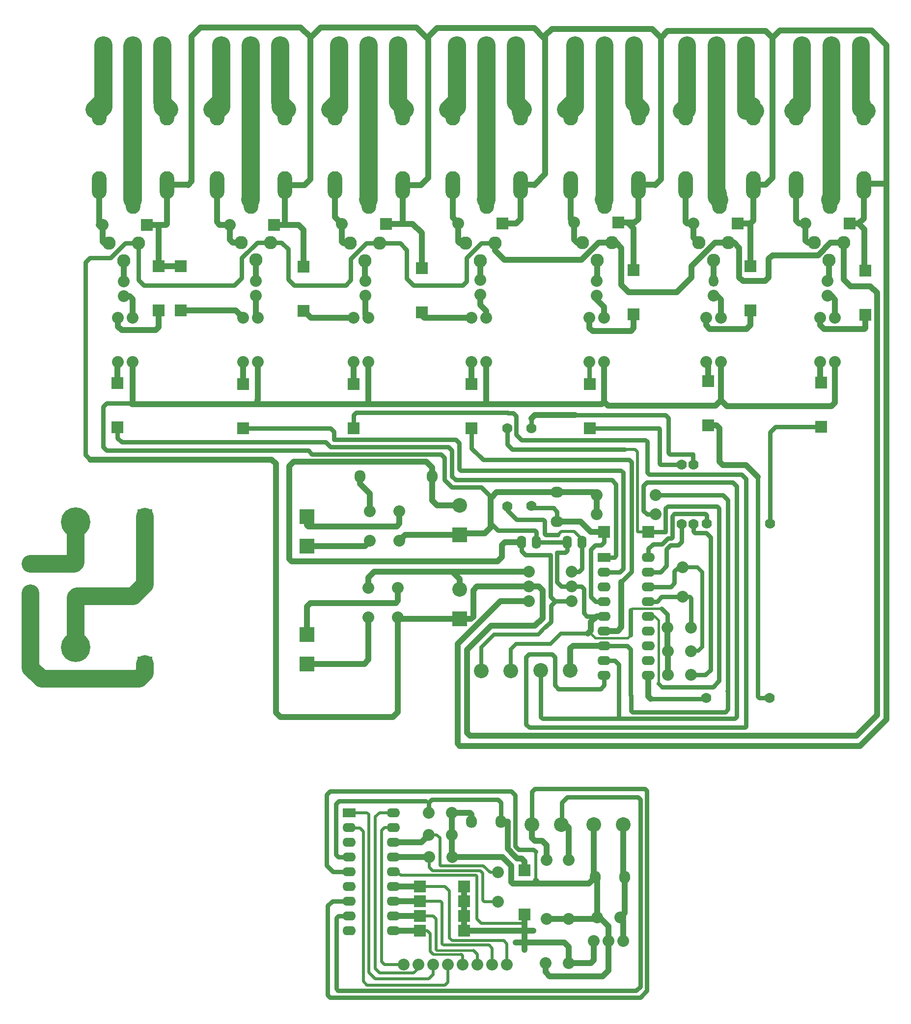
<source format=gbl>
G04 (created by PCBNEW-RS274X (2011-04-29 BZR 2986)-stable) date 6/3/2013 5:37:02 PM*
G01*
G70*
G90*
%MOIN*%
G04 Gerber Fmt 3.4, Leading zero omitted, Abs format*
%FSLAX34Y34*%
G04 APERTURE LIST*
%ADD10C,0.006000*%
%ADD11C,0.080000*%
%ADD12R,0.100000X0.100000*%
%ADD13C,0.090000*%
%ADD14R,0.090000X0.062000*%
%ADD15O,0.090000X0.062000*%
%ADD16O,0.062000X0.090000*%
%ADD17O,0.075000X0.085000*%
%ADD18R,0.080000X0.080000*%
%ADD19O,0.085000X0.075000*%
%ADD20C,0.100000*%
%ADD21C,0.200000*%
%ADD22O,0.065000X0.080000*%
%ADD23O,0.100000X0.190000*%
%ADD24C,0.070000*%
%ADD25C,0.040000*%
%ADD26C,0.020000*%
%ADD27C,0.015000*%
%ADD28C,0.030000*%
%ADD29C,0.025000*%
%ADD30C,0.120000*%
G04 APERTURE END LIST*
G54D10*
G54D11*
X68870Y-71580D03*
X67870Y-71580D03*
X66870Y-71580D03*
X62490Y-46540D03*
X62490Y-47540D03*
X62491Y-48536D03*
X65390Y-48540D03*
X65390Y-47540D03*
X65390Y-46540D03*
G54D12*
X36400Y-42800D03*
X47400Y-42800D03*
X47400Y-50800D03*
X47400Y-52800D03*
X36400Y-52800D03*
X47400Y-44800D03*
G54D13*
X83850Y-24200D03*
X82850Y-25381D03*
X81850Y-24200D03*
G54D14*
X50270Y-62880D03*
G54D15*
X50270Y-63880D03*
X50270Y-64880D03*
X50270Y-65880D03*
X50270Y-66880D03*
X50270Y-67880D03*
X50270Y-68880D03*
X50270Y-69880D03*
X50270Y-70880D03*
X53270Y-70880D03*
X53270Y-69880D03*
X53270Y-68880D03*
X53270Y-67880D03*
X53270Y-66880D03*
X53270Y-65880D03*
X53270Y-64880D03*
X53270Y-63880D03*
X53270Y-62880D03*
G54D14*
X67590Y-45548D03*
G54D15*
X67590Y-46548D03*
X67590Y-47548D03*
X67590Y-48548D03*
X67590Y-49548D03*
X67590Y-50548D03*
X67590Y-51548D03*
X67590Y-52548D03*
X67590Y-53548D03*
X70590Y-53548D03*
X70590Y-52548D03*
X70590Y-51548D03*
X70590Y-50548D03*
X70590Y-49548D03*
X70590Y-48548D03*
X70590Y-47548D03*
X70590Y-46548D03*
X70590Y-45548D03*
G54D11*
X53690Y-44440D03*
X51690Y-44440D03*
X51690Y-42440D03*
X53690Y-42440D03*
X53590Y-49640D03*
X51590Y-49640D03*
X51590Y-47640D03*
X53590Y-47640D03*
G54D16*
X66090Y-44540D03*
X65090Y-44540D03*
X61990Y-44540D03*
X62990Y-44540D03*
G54D17*
X68970Y-67263D03*
X66970Y-67263D03*
G54D11*
X60380Y-66940D03*
X60380Y-68940D03*
X72910Y-46225D03*
X72910Y-48225D03*
G54D18*
X68540Y-22840D03*
G54D11*
X65540Y-22840D03*
G54D18*
X60690Y-22890D03*
G54D11*
X57690Y-22890D03*
G54D18*
X52790Y-22940D03*
G54D11*
X49790Y-22940D03*
G54D18*
X36540Y-22990D03*
G54D11*
X33540Y-22990D03*
G54D18*
X45190Y-22990D03*
G54D11*
X42190Y-22990D03*
X66590Y-32298D03*
X66590Y-29298D03*
X67590Y-29298D03*
X67590Y-32298D03*
X58590Y-32298D03*
X58590Y-29298D03*
X59590Y-29298D03*
X59590Y-32298D03*
X50590Y-32298D03*
X50590Y-29298D03*
X51590Y-29298D03*
X51590Y-32298D03*
X43090Y-32298D03*
X43090Y-29298D03*
X44090Y-29298D03*
X44090Y-32298D03*
X34590Y-32298D03*
X34590Y-29298D03*
X35590Y-29298D03*
X35590Y-32298D03*
X59190Y-27740D03*
X59190Y-26740D03*
X67090Y-27798D03*
X67090Y-26798D03*
X51390Y-27790D03*
X51390Y-26790D03*
X43940Y-27790D03*
X43940Y-26790D03*
X34990Y-27840D03*
X34990Y-26840D03*
G54D17*
X60570Y-63480D03*
X58570Y-63480D03*
G54D19*
X64390Y-43140D03*
X64390Y-41140D03*
G54D18*
X69590Y-26048D03*
X69590Y-29048D03*
X55195Y-25920D03*
X55195Y-28920D03*
X47185Y-25845D03*
X47185Y-28845D03*
X38840Y-25798D03*
X38840Y-28798D03*
X62170Y-69780D03*
X62170Y-66780D03*
X55070Y-68880D03*
X58070Y-68880D03*
X55070Y-69880D03*
X58070Y-69880D03*
X70590Y-43840D03*
X67590Y-43840D03*
X37340Y-25798D03*
X37340Y-28798D03*
X34557Y-36743D03*
X34557Y-33743D03*
X43090Y-33798D03*
X43090Y-36798D03*
X50590Y-33798D03*
X50590Y-36798D03*
X58590Y-33798D03*
X58590Y-36798D03*
X55070Y-70880D03*
X58070Y-70880D03*
G54D20*
X28650Y-48000D03*
X28650Y-46000D03*
X65290Y-53240D03*
X63290Y-53240D03*
X62670Y-63680D03*
X64670Y-63680D03*
X66870Y-63680D03*
X68870Y-63680D03*
G54D11*
X53970Y-73180D03*
X54970Y-73180D03*
X55970Y-73180D03*
X56970Y-73180D03*
X57970Y-73180D03*
X58970Y-73180D03*
X59970Y-73180D03*
X60970Y-73180D03*
X67090Y-42640D03*
X71090Y-42640D03*
X63670Y-70080D03*
X63670Y-66080D03*
X65170Y-70080D03*
X65170Y-66080D03*
X67090Y-41340D03*
X71090Y-41340D03*
X73490Y-53540D03*
X71915Y-53540D03*
X71890Y-50340D03*
X73465Y-50340D03*
X73490Y-51940D03*
X71915Y-51940D03*
G54D13*
X35990Y-24240D03*
X34990Y-25421D03*
X33990Y-24240D03*
X44940Y-24190D03*
X43940Y-25371D03*
X42940Y-24190D03*
X52340Y-24240D03*
X51340Y-25421D03*
X50340Y-24240D03*
X60190Y-24240D03*
X59190Y-25421D03*
X58190Y-24240D03*
G54D20*
X57790Y-42040D03*
G54D12*
X57790Y-44040D03*
G54D20*
X57790Y-47740D03*
G54D12*
X57790Y-49740D03*
G54D11*
X57270Y-65880D03*
X55695Y-65880D03*
X55670Y-64380D03*
X57245Y-64380D03*
X55670Y-62880D03*
X57245Y-62880D03*
X68670Y-69980D03*
X67095Y-69980D03*
X65170Y-73080D03*
X63595Y-73080D03*
G54D21*
X31700Y-51650D03*
X31700Y-43150D03*
G54D20*
X61250Y-53250D03*
X59250Y-53250D03*
G54D11*
X82750Y-27800D03*
X82750Y-26800D03*
X75000Y-27800D03*
G54D22*
X75000Y-26800D03*
G54D11*
X74500Y-32300D03*
X74500Y-29300D03*
X75500Y-29300D03*
X75500Y-32300D03*
X82250Y-32300D03*
X82250Y-29300D03*
X83250Y-29300D03*
X83250Y-32300D03*
G54D18*
X76650Y-22900D03*
G54D11*
X73650Y-22900D03*
G54D18*
X84250Y-22900D03*
G54D11*
X81250Y-22900D03*
G54D13*
X68100Y-24200D03*
X67100Y-25381D03*
X66100Y-24200D03*
X76000Y-24200D03*
X75000Y-25381D03*
X74000Y-24200D03*
G54D18*
X66600Y-33800D03*
X66600Y-36800D03*
X74650Y-33600D03*
X74650Y-36600D03*
X82300Y-33700D03*
X82300Y-36700D03*
G54D17*
X55900Y-40050D03*
X51000Y-40050D03*
G54D18*
X55080Y-67880D03*
X58080Y-67880D03*
X77500Y-25800D03*
X77500Y-28800D03*
X85300Y-26100D03*
X85300Y-29100D03*
G54D20*
X73200Y-10800D03*
X75200Y-10800D03*
X77200Y-10800D03*
X65600Y-10800D03*
X67600Y-10800D03*
X69600Y-10800D03*
X57600Y-10800D03*
X59600Y-10800D03*
X61600Y-10800D03*
X49600Y-10800D03*
X51600Y-10800D03*
X53600Y-10800D03*
X41600Y-10800D03*
X43600Y-10800D03*
X45600Y-10800D03*
X33600Y-10800D03*
X35600Y-10800D03*
X37600Y-10800D03*
X81000Y-10800D03*
X83000Y-10800D03*
X85000Y-10800D03*
G54D23*
X77700Y-20300D03*
X73100Y-20300D03*
X73100Y-15300D03*
X77700Y-15300D03*
X75400Y-21300D03*
X85200Y-20300D03*
X80600Y-20300D03*
X80600Y-15300D03*
X85200Y-15300D03*
X82900Y-21300D03*
X37900Y-20300D03*
X33300Y-20300D03*
X33300Y-15300D03*
X37900Y-15300D03*
X35600Y-21300D03*
X45900Y-20300D03*
X41300Y-20300D03*
X41300Y-15300D03*
X45900Y-15300D03*
X43600Y-21300D03*
X53900Y-20300D03*
X49300Y-20300D03*
X49300Y-15300D03*
X53900Y-15300D03*
X51600Y-21300D03*
X61900Y-20300D03*
X57300Y-20300D03*
X57300Y-15300D03*
X61900Y-15300D03*
X59600Y-21300D03*
X69900Y-20300D03*
X65300Y-20300D03*
X65300Y-15300D03*
X69900Y-15300D03*
X67600Y-21300D03*
G54D24*
X74500Y-55100D03*
X78800Y-55100D03*
X72850Y-43300D03*
X72850Y-39250D03*
X78850Y-43250D03*
X74550Y-43250D03*
X62648Y-42059D03*
X73650Y-39250D03*
X73650Y-43300D03*
X62657Y-36800D03*
X61000Y-42100D03*
X61000Y-36800D03*
G54D25*
X37900Y-20300D02*
X37900Y-22930D01*
X37840Y-22990D02*
X37340Y-22990D01*
X37900Y-22930D02*
X37840Y-22990D01*
X39365Y-20265D02*
X37935Y-20265D01*
X37935Y-20265D02*
X37900Y-20300D01*
X39590Y-10190D02*
X39590Y-20040D01*
X47640Y-10240D02*
X46990Y-09590D01*
X46990Y-09590D02*
X40190Y-09590D01*
X40190Y-09590D02*
X39590Y-10190D01*
X47640Y-10340D02*
X47640Y-10240D01*
X39590Y-20040D02*
X39365Y-20265D01*
X39365Y-20265D02*
X39340Y-20290D01*
X45900Y-20300D02*
X45900Y-22990D01*
X47240Y-20290D02*
X45910Y-20290D01*
X47640Y-19890D02*
X47240Y-20290D01*
X47640Y-10340D02*
X47640Y-19890D01*
X45910Y-20290D02*
X45900Y-20300D01*
X45790Y-22990D02*
X45900Y-22990D01*
X45900Y-22990D02*
X45190Y-22990D01*
X53900Y-20300D02*
X53900Y-22940D01*
X53640Y-22940D02*
X52790Y-22940D01*
X53900Y-22940D02*
X53640Y-22940D01*
X55140Y-20290D02*
X53910Y-20290D01*
X55640Y-10340D02*
X55640Y-19790D01*
X55640Y-19790D02*
X55140Y-20290D01*
X53910Y-20290D02*
X53900Y-20300D01*
X61900Y-22600D02*
X61610Y-22890D01*
X62865Y-20265D02*
X61935Y-20265D01*
X61935Y-20265D02*
X61900Y-20300D01*
X69900Y-20300D02*
X69900Y-22600D01*
X69660Y-22840D02*
X69190Y-22840D01*
X69900Y-22600D02*
X69660Y-22840D01*
X71065Y-20265D02*
X69935Y-20265D01*
X69935Y-20265D02*
X69900Y-20300D01*
X86750Y-20200D02*
X85300Y-20200D01*
X85300Y-20200D02*
X85200Y-20300D01*
X76650Y-22900D02*
X77500Y-22900D01*
X77700Y-22700D02*
X77700Y-20300D01*
X77500Y-22900D02*
X77700Y-22700D01*
X78550Y-20250D02*
X77750Y-20250D01*
X77750Y-20250D02*
X77700Y-20300D01*
X79000Y-10300D02*
X79000Y-19800D01*
X79000Y-19800D02*
X78550Y-20250D01*
X84250Y-22900D02*
X84850Y-22900D01*
X84850Y-22900D02*
X85200Y-22550D01*
X85200Y-22550D02*
X85200Y-20300D01*
X85250Y-23300D02*
X85250Y-26050D01*
X85250Y-26050D02*
X85300Y-26100D01*
X84850Y-22900D02*
X85250Y-23300D01*
X60560Y-58350D02*
X57790Y-58350D01*
X60544Y-48536D02*
X57640Y-51440D01*
X57640Y-51440D02*
X57640Y-55540D01*
X60544Y-48536D02*
X62491Y-48536D01*
X57640Y-58200D02*
X57640Y-55540D01*
X57790Y-58350D02*
X57640Y-58200D01*
X84950Y-58350D02*
X60560Y-58350D01*
X60560Y-58350D02*
X60500Y-58350D01*
X86750Y-56550D02*
X86750Y-20200D01*
X86750Y-20200D02*
X86750Y-20050D01*
X86750Y-56550D02*
X84950Y-58350D01*
X79000Y-10300D02*
X79500Y-09800D01*
X79500Y-09800D02*
X85750Y-09800D01*
X85750Y-09800D02*
X86750Y-10800D01*
X86750Y-10800D02*
X86750Y-20050D01*
X77500Y-09840D02*
X78540Y-09840D01*
X78540Y-09840D02*
X79000Y-10300D01*
X76650Y-22900D02*
X77350Y-22900D01*
X77500Y-23050D02*
X77500Y-25800D01*
X77350Y-22900D02*
X77500Y-23050D01*
X77577Y-09840D02*
X77500Y-09840D01*
X77500Y-09840D02*
X75490Y-09840D01*
X75490Y-09840D02*
X71890Y-09840D01*
X71440Y-10290D02*
X71890Y-09840D01*
X48340Y-09590D02*
X47640Y-10290D01*
X61610Y-22890D02*
X60690Y-22890D01*
X63590Y-10290D02*
X63490Y-10290D01*
X55590Y-10340D02*
X54840Y-09590D01*
X56240Y-09640D02*
X55640Y-10240D01*
X62840Y-09640D02*
X56240Y-09640D01*
X54840Y-09590D02*
X48340Y-09590D01*
X63490Y-10290D02*
X62840Y-09640D01*
X63590Y-19540D02*
X62865Y-20265D01*
X62865Y-20265D02*
X62840Y-20290D01*
X63590Y-10140D02*
X63590Y-10290D01*
X47640Y-10290D02*
X47640Y-10340D01*
X69590Y-26048D02*
X69590Y-23240D01*
X69590Y-23240D02*
X69190Y-22840D01*
X71040Y-20290D02*
X71065Y-20265D01*
X71065Y-20265D02*
X71440Y-19890D01*
X71440Y-19890D02*
X71440Y-10290D01*
X71440Y-10290D02*
X70840Y-09690D01*
X70840Y-09690D02*
X64040Y-09690D01*
X64040Y-09690D02*
X63590Y-10140D01*
X69190Y-22840D02*
X68540Y-22840D01*
X63590Y-10290D02*
X63590Y-19540D01*
X55640Y-10340D02*
X55590Y-10340D01*
X37340Y-25798D02*
X38840Y-25798D01*
X55195Y-23545D02*
X55195Y-25920D01*
X54590Y-22940D02*
X55195Y-23545D01*
X52790Y-22940D02*
X54590Y-22940D01*
X55640Y-10240D02*
X55640Y-10340D01*
X37340Y-25798D02*
X37340Y-22990D01*
X37340Y-22990D02*
X36540Y-22990D01*
X47185Y-25845D02*
X47185Y-23335D01*
X46840Y-22990D02*
X45190Y-22990D01*
X47185Y-23335D02*
X46840Y-22990D01*
X61900Y-20300D02*
X61900Y-22600D01*
G54D26*
X58930Y-70090D02*
X59230Y-70390D01*
X58930Y-67190D02*
X58930Y-70090D01*
X58880Y-67140D02*
X58930Y-67190D01*
X53270Y-66880D02*
X53520Y-66880D01*
X53520Y-66880D02*
X53780Y-67140D01*
G54D25*
X65170Y-71980D02*
X65170Y-73080D01*
G54D27*
X65170Y-71980D02*
X65170Y-73080D01*
X64870Y-71680D02*
X65170Y-71980D01*
X62170Y-71680D02*
X64270Y-71680D01*
X64270Y-71680D02*
X64870Y-71680D01*
X62170Y-69780D02*
X62170Y-70390D01*
X62170Y-70390D02*
X62170Y-71680D01*
G54D25*
X61570Y-71680D02*
X61870Y-71680D01*
X61870Y-71680D02*
X64870Y-71680D01*
X64870Y-71680D02*
X65170Y-71980D01*
X62170Y-72180D02*
X62170Y-70280D01*
X62170Y-70280D02*
X62170Y-69780D01*
X66870Y-71580D02*
X66870Y-72880D01*
X66870Y-72880D02*
X66670Y-73080D01*
X66670Y-73080D02*
X65170Y-73080D01*
G54D26*
X59230Y-70390D02*
X62170Y-70390D01*
X53780Y-67140D02*
X58880Y-67140D01*
G54D25*
X58070Y-67880D02*
X58070Y-68880D01*
X58080Y-68870D02*
X58070Y-68880D01*
X58070Y-68880D02*
X58070Y-69880D01*
X58070Y-70880D02*
X61570Y-70880D01*
X62770Y-70880D02*
X62670Y-70880D01*
X61570Y-70880D02*
X62770Y-70880D01*
X58070Y-69880D02*
X58070Y-70880D01*
X58080Y-67880D02*
X58080Y-68870D01*
G54D26*
X52470Y-72980D02*
X52470Y-64080D01*
X52670Y-63880D02*
X53270Y-63880D01*
X52670Y-73180D02*
X52470Y-72980D01*
X52470Y-64080D02*
X52670Y-63880D01*
X53970Y-73180D02*
X52670Y-73180D01*
X54970Y-73453D02*
X54659Y-73764D01*
X54970Y-73180D02*
X54970Y-73453D01*
X52330Y-62880D02*
X52046Y-63164D01*
X52354Y-73764D02*
X54659Y-73764D01*
X53270Y-62880D02*
X52330Y-62880D01*
X52046Y-73456D02*
X52354Y-73764D01*
X52046Y-63164D02*
X52046Y-73456D01*
X50890Y-62880D02*
X51410Y-62880D01*
X51604Y-73714D02*
X51604Y-63004D01*
X50890Y-62880D02*
X51065Y-62880D01*
X55955Y-73900D02*
X55685Y-74170D01*
X51410Y-62880D02*
X51480Y-62880D01*
X55685Y-74170D02*
X55055Y-74170D01*
X55055Y-74175D02*
X55055Y-74170D01*
X51410Y-62880D02*
X51105Y-62880D01*
X54439Y-74170D02*
X52060Y-74170D01*
X55055Y-74170D02*
X54439Y-74170D01*
X50270Y-62880D02*
X50890Y-62880D01*
X52060Y-74170D02*
X51604Y-73714D01*
X51480Y-62880D02*
X51604Y-63004D01*
X55970Y-73900D02*
X55955Y-73900D01*
X55970Y-73180D02*
X55970Y-73900D01*
X51230Y-64150D02*
X51230Y-74320D01*
X56770Y-74580D02*
X56970Y-74380D01*
X50326Y-63936D02*
X50270Y-63880D01*
X56970Y-73180D02*
X56970Y-74380D01*
X51490Y-74580D02*
X56770Y-74580D01*
X51230Y-74320D02*
X51490Y-74580D01*
X51016Y-63936D02*
X51230Y-64150D01*
X51016Y-63936D02*
X50326Y-63936D01*
G54D27*
X57845Y-72480D02*
X55970Y-72480D01*
X57870Y-72480D02*
X57845Y-72480D01*
G54D26*
X55770Y-71080D02*
X55570Y-70880D01*
X55570Y-70880D02*
X55070Y-70880D01*
X55970Y-72480D02*
X55770Y-72280D01*
X57970Y-73180D02*
X57970Y-72605D01*
X57845Y-72505D02*
X57845Y-72480D01*
X57870Y-72505D02*
X57845Y-72505D01*
X57970Y-72605D02*
X57870Y-72505D01*
G54D25*
X53270Y-70880D02*
X55070Y-70880D01*
G54D26*
X55770Y-72280D02*
X55770Y-71080D01*
X58970Y-73180D02*
X58970Y-72480D01*
G54D27*
X58718Y-72228D02*
X56218Y-72228D01*
G54D26*
X56177Y-70087D02*
X55970Y-69880D01*
G54D25*
X53270Y-69880D02*
X55070Y-69880D01*
G54D27*
X56218Y-72228D02*
X56177Y-72187D01*
G54D26*
X56177Y-72187D02*
X56177Y-70087D01*
X58970Y-72480D02*
X58718Y-72228D01*
X55970Y-69880D02*
X55070Y-69880D01*
G54D25*
X53270Y-68880D02*
X55070Y-68880D01*
G54D26*
X56570Y-71780D02*
X56570Y-68980D01*
X56470Y-68880D02*
X55070Y-68880D01*
X59970Y-72080D02*
X59769Y-71879D01*
X59769Y-71879D02*
X56669Y-71879D01*
X56669Y-71879D02*
X56570Y-71780D01*
X59970Y-73180D02*
X59970Y-72080D01*
X56570Y-68980D02*
X56470Y-68880D01*
G54D27*
X55170Y-68780D02*
X55070Y-68880D01*
G54D26*
X60970Y-71780D02*
X60768Y-71578D01*
X56770Y-67880D02*
X55070Y-67880D01*
X57268Y-71578D02*
X57070Y-71380D01*
G54D25*
X55080Y-67880D02*
X53270Y-67880D01*
G54D26*
X60970Y-73180D02*
X60970Y-71780D01*
X57070Y-71380D02*
X57070Y-68180D01*
X60768Y-71578D02*
X57268Y-71578D01*
G54D25*
X53270Y-67880D02*
X55070Y-67880D01*
G54D26*
X57070Y-68180D02*
X56770Y-67880D01*
G54D28*
X69390Y-54935D02*
X69399Y-54944D01*
X69502Y-56050D02*
X75800Y-56050D01*
X75977Y-55873D02*
X75977Y-54636D01*
X69390Y-51790D02*
X69390Y-54935D01*
X69399Y-54944D02*
X69399Y-55947D01*
X69399Y-55947D02*
X69502Y-56050D01*
X69148Y-51548D02*
X69390Y-51790D01*
X75660Y-41340D02*
X71090Y-41340D01*
X75977Y-41657D02*
X75660Y-41340D01*
X75977Y-54636D02*
X75977Y-41657D01*
X75977Y-54636D02*
X75960Y-54636D01*
G54D25*
X65290Y-51740D02*
X65290Y-53240D01*
X67590Y-51548D02*
X65482Y-51548D01*
X65482Y-51548D02*
X65290Y-51740D01*
G54D28*
X75800Y-56050D02*
X75977Y-55873D01*
X67590Y-51548D02*
X69148Y-51548D01*
X49130Y-68880D02*
X50270Y-68880D01*
X62670Y-63680D02*
X62670Y-61470D01*
G54D25*
X63370Y-64780D02*
X62870Y-64780D01*
X63670Y-66080D02*
X63670Y-65080D01*
G54D28*
X70490Y-61398D02*
X70490Y-74970D01*
X70342Y-61250D02*
X70490Y-61398D01*
X70490Y-74970D02*
X70035Y-75425D01*
X62890Y-61250D02*
X70342Y-61250D01*
X62670Y-61470D02*
X62890Y-61250D01*
G54D25*
X63670Y-65080D02*
X63370Y-64780D01*
X62670Y-64580D02*
X62670Y-63680D01*
G54D28*
X70035Y-75425D02*
X48990Y-75425D01*
G54D25*
X62870Y-64780D02*
X62670Y-64580D01*
G54D28*
X48817Y-69193D02*
X49130Y-68880D01*
X48817Y-75252D02*
X48817Y-69193D01*
X48990Y-75425D02*
X48817Y-75252D01*
X67590Y-52548D02*
X68300Y-52548D01*
X68300Y-52548D02*
X68568Y-52816D01*
X68568Y-56500D02*
X68600Y-56500D01*
X63290Y-53240D02*
X63290Y-56390D01*
X76315Y-40473D02*
X76576Y-40734D01*
X76576Y-40734D02*
X76576Y-55287D01*
X76315Y-40473D02*
X75842Y-40473D01*
X76450Y-56500D02*
X76576Y-56374D01*
X63400Y-56500D02*
X68600Y-56500D01*
X68600Y-56500D02*
X76450Y-56500D01*
X63290Y-56390D02*
X63400Y-56500D01*
X71923Y-40473D02*
X75842Y-40473D01*
X75842Y-40473D02*
X75848Y-40473D01*
X71090Y-42640D02*
X70502Y-42640D01*
X70467Y-40473D02*
X71923Y-40473D01*
G54D26*
X71923Y-40473D02*
X71890Y-40440D01*
G54D28*
X70248Y-42386D02*
X70248Y-40692D01*
X70502Y-42640D02*
X70248Y-42386D01*
X70248Y-40692D02*
X70467Y-40473D01*
X68568Y-52816D02*
X68568Y-56500D01*
X76576Y-56374D02*
X76576Y-55287D01*
X69750Y-74960D02*
X49520Y-74960D01*
X49520Y-74960D02*
X49400Y-74840D01*
X49400Y-74840D02*
X49400Y-70040D01*
G54D25*
X64970Y-63680D02*
X64670Y-63680D01*
G54D28*
X70030Y-74190D02*
X70030Y-74680D01*
X70030Y-61987D02*
X70030Y-74190D01*
X65091Y-61827D02*
X69556Y-61827D01*
X64705Y-62213D02*
X64705Y-63645D01*
G54D25*
X65170Y-66080D02*
X65170Y-63880D01*
X65170Y-63880D02*
X64970Y-63680D01*
G54D28*
X64705Y-63645D02*
X64670Y-63680D01*
X64705Y-62213D02*
X65091Y-61827D01*
X69870Y-61827D02*
X70030Y-61987D01*
X50270Y-69880D02*
X49560Y-69880D01*
X49400Y-70040D02*
X49560Y-69880D01*
X70030Y-74680D02*
X69750Y-74960D01*
X69556Y-61827D02*
X69870Y-61827D01*
G54D25*
X47500Y-43450D02*
X53500Y-43450D01*
X47400Y-43350D02*
X47500Y-43450D01*
X47400Y-42800D02*
X47400Y-43350D01*
X53690Y-43260D02*
X53690Y-42440D01*
X53500Y-43450D02*
X53690Y-43260D01*
X51330Y-44800D02*
X51690Y-44440D01*
X47400Y-44800D02*
X51330Y-44800D01*
X53450Y-48650D02*
X53590Y-48510D01*
X53590Y-48510D02*
X53590Y-47640D01*
X47650Y-48650D02*
X53450Y-48650D01*
X47400Y-50800D02*
X47400Y-48900D01*
X47400Y-48900D02*
X47650Y-48650D01*
X51590Y-49640D02*
X51590Y-52510D01*
X51590Y-52510D02*
X51300Y-52800D01*
X51300Y-52800D02*
X47400Y-52800D01*
G54D28*
X57498Y-40298D02*
X57752Y-40298D01*
X57000Y-38050D02*
X57250Y-38300D01*
X42210Y-37730D02*
X48680Y-37730D01*
X48750Y-37800D02*
X49000Y-38050D01*
X57250Y-38300D02*
X57250Y-40050D01*
X57250Y-40050D02*
X57498Y-40298D01*
X67250Y-40298D02*
X57752Y-40298D01*
X57752Y-40298D02*
X57750Y-40300D01*
X67190Y-40298D02*
X67250Y-40298D01*
X67250Y-40298D02*
X68098Y-40298D01*
X68390Y-40590D02*
X68390Y-41498D01*
X68098Y-40298D02*
X68390Y-40590D01*
X67590Y-45548D02*
X68282Y-45548D01*
X68282Y-45548D02*
X68390Y-45440D01*
X68390Y-45440D02*
X68390Y-41498D01*
X42150Y-37730D02*
X42210Y-37730D01*
X34840Y-37730D02*
X34557Y-37447D01*
X34557Y-37447D02*
X34557Y-36743D01*
X42210Y-37730D02*
X34840Y-37730D01*
G54D25*
X34590Y-36776D02*
X34557Y-36743D01*
G54D28*
X49000Y-38050D02*
X57000Y-38050D01*
X48680Y-37730D02*
X48750Y-37800D01*
G54D25*
X70590Y-54990D02*
X70750Y-55150D01*
X78000Y-40100D02*
X77200Y-39300D01*
X77200Y-39300D02*
X75650Y-39300D01*
X75650Y-39300D02*
X75400Y-39050D01*
X75400Y-39050D02*
X75400Y-36800D01*
X75400Y-36800D02*
X75200Y-36600D01*
X74650Y-36600D02*
X75200Y-36600D01*
X70590Y-54990D02*
X70590Y-53548D01*
G54D28*
X74450Y-55150D02*
X74500Y-55100D01*
X78100Y-55100D02*
X78800Y-55100D01*
X78000Y-55000D02*
X78100Y-55100D01*
X70750Y-55150D02*
X74450Y-55150D01*
X78000Y-40100D02*
X78000Y-55000D01*
X70590Y-46548D02*
X71407Y-46548D01*
X71825Y-46130D02*
X71407Y-46548D01*
X71825Y-44990D02*
X71825Y-46130D01*
X71300Y-36800D02*
X66600Y-36800D01*
X71350Y-36850D02*
X71300Y-36800D01*
X71350Y-39200D02*
X71350Y-36850D01*
X71400Y-39250D02*
X71350Y-39200D01*
X72850Y-39250D02*
X71400Y-39250D01*
X72075Y-44740D02*
X71825Y-44990D01*
X72850Y-44500D02*
X72850Y-43300D01*
X72610Y-44740D02*
X72850Y-44500D01*
G54D25*
X66602Y-36798D02*
X66600Y-36800D01*
G54D26*
X70782Y-46548D02*
X70590Y-46548D01*
G54D28*
X72075Y-44740D02*
X72610Y-44740D01*
X79200Y-36700D02*
X82300Y-36700D01*
X78850Y-43250D02*
X78850Y-37050D01*
X78850Y-43250D02*
X78950Y-43150D01*
X74550Y-42700D02*
X74550Y-43250D01*
X74450Y-42600D02*
X74550Y-42700D01*
X72350Y-42600D02*
X74450Y-42600D01*
X72200Y-42750D02*
X72350Y-42600D01*
X72200Y-44200D02*
X72200Y-42750D01*
X72150Y-44250D02*
X72200Y-44200D01*
X71900Y-44250D02*
X72150Y-44250D01*
X71500Y-44650D02*
X71900Y-44250D01*
X70900Y-44650D02*
X71500Y-44650D01*
X70590Y-44960D02*
X70900Y-44650D01*
X78850Y-37050D02*
X79200Y-36700D01*
X70590Y-45548D02*
X70590Y-44960D01*
X67742Y-39650D02*
X58070Y-39650D01*
X68300Y-39650D02*
X67742Y-39650D01*
X49018Y-36798D02*
X43090Y-36798D01*
X57850Y-39650D02*
X58070Y-39650D01*
X57750Y-39550D02*
X57850Y-39650D01*
X57750Y-37800D02*
X57750Y-39550D01*
X57500Y-37550D02*
X57750Y-37800D01*
X49250Y-37550D02*
X57500Y-37550D01*
X49240Y-37540D02*
X49250Y-37550D01*
G54D26*
X68300Y-39660D02*
X68300Y-39650D01*
G54D28*
X68720Y-39660D02*
X68300Y-39660D01*
X68870Y-39810D02*
X68720Y-39660D01*
X68870Y-46330D02*
X68870Y-39810D01*
X68652Y-46548D02*
X68870Y-46330D01*
X68290Y-46548D02*
X68652Y-46548D01*
G54D27*
X68290Y-46548D02*
X67590Y-46548D01*
G54D28*
X68290Y-46548D02*
X67590Y-46548D01*
X68300Y-39650D02*
X68510Y-39650D01*
X49018Y-36798D02*
X49240Y-37020D01*
X49240Y-37020D02*
X49240Y-37540D01*
G54D25*
X68760Y-50290D02*
X68760Y-47220D01*
X68502Y-50548D02*
X68760Y-50290D01*
G54D26*
X69190Y-46760D02*
X69190Y-46790D01*
X69190Y-46790D02*
X69190Y-46760D01*
G54D28*
X59382Y-38940D02*
X68140Y-38940D01*
X58590Y-38148D02*
X59382Y-38940D01*
X58590Y-36798D02*
X58590Y-38148D01*
X68140Y-38940D02*
X68890Y-38940D01*
X69210Y-46760D02*
X69430Y-46540D01*
X69430Y-46540D02*
X69430Y-39090D01*
X69430Y-39090D02*
X69280Y-38940D01*
X69280Y-38940D02*
X68890Y-38940D01*
G54D26*
X69190Y-46760D02*
X69210Y-46760D01*
G54D28*
X68760Y-47220D02*
X69190Y-46790D01*
G54D25*
X67590Y-50548D02*
X68502Y-50548D01*
G54D28*
X77220Y-40237D02*
X77220Y-55905D01*
X76479Y-39930D02*
X76913Y-39930D01*
X62290Y-56890D02*
X62500Y-57100D01*
X62500Y-57100D02*
X77150Y-57100D01*
X77150Y-57100D02*
X77220Y-57030D01*
X77220Y-57030D02*
X77220Y-55905D01*
X64240Y-52340D02*
X64240Y-53640D01*
X62290Y-55490D02*
X62290Y-55224D01*
X67590Y-53548D02*
X67590Y-54240D01*
X64490Y-54490D02*
X64240Y-54240D01*
X64240Y-54240D02*
X64240Y-53640D01*
X64040Y-52140D02*
X64240Y-52340D01*
X62490Y-52140D02*
X64040Y-52140D01*
X76913Y-39930D02*
X77220Y-40237D01*
X62290Y-55224D02*
X62290Y-52340D01*
X67590Y-54240D02*
X67340Y-54490D01*
X67340Y-54490D02*
X64490Y-54490D01*
X62290Y-55490D02*
X62290Y-56890D01*
X70390Y-37590D02*
X65632Y-37590D01*
X70500Y-37700D02*
X70390Y-37590D01*
X70500Y-39800D02*
X70500Y-37700D01*
X70630Y-39930D02*
X70500Y-39800D01*
X63970Y-37590D02*
X64340Y-37590D01*
X62205Y-37590D02*
X62537Y-37590D01*
X62537Y-37590D02*
X62785Y-37590D01*
X61967Y-37580D02*
X62537Y-37580D01*
X62537Y-37580D02*
X62537Y-37590D01*
X76479Y-39930D02*
X70630Y-39930D01*
X50740Y-35740D02*
X61055Y-35740D01*
X50590Y-36798D02*
X50590Y-35890D01*
X50590Y-35890D02*
X50740Y-35740D01*
X61055Y-35750D02*
X61055Y-35740D01*
X61412Y-35750D02*
X61622Y-35960D01*
X61622Y-37007D02*
X61622Y-37235D01*
X64340Y-37590D02*
X65632Y-37590D01*
X65455Y-37590D02*
X65632Y-37590D01*
X62785Y-37590D02*
X65455Y-37590D01*
X61622Y-37235D02*
X61967Y-37580D01*
X62785Y-37590D02*
X64340Y-37590D01*
X62717Y-37590D02*
X62785Y-37590D01*
X61622Y-35960D02*
X61622Y-37007D01*
X62290Y-52340D02*
X62490Y-52140D01*
X61055Y-35750D02*
X61412Y-35750D01*
G54D25*
X60670Y-65880D02*
X57270Y-65880D01*
X61280Y-66490D02*
X60670Y-65880D01*
X61280Y-67590D02*
X61280Y-66490D01*
G54D28*
X61370Y-67680D02*
X61280Y-67590D01*
G54D25*
X65170Y-70080D02*
X66995Y-70080D01*
X66995Y-70080D02*
X67095Y-69980D01*
X67095Y-69980D02*
X67270Y-69980D01*
X67270Y-69980D02*
X67870Y-70580D01*
X67870Y-70580D02*
X67870Y-71580D01*
X61425Y-67680D02*
X61370Y-67680D01*
X67095Y-69980D02*
X67095Y-67388D01*
X63470Y-67680D02*
X63120Y-67680D01*
G54D28*
X61555Y-61710D02*
X61555Y-65150D01*
G54D25*
X66553Y-67680D02*
X66970Y-67263D01*
X67870Y-73580D02*
X67470Y-73980D01*
X67470Y-73980D02*
X63870Y-73980D01*
X63870Y-73980D02*
X63595Y-73705D01*
X63595Y-73705D02*
X63595Y-73080D01*
G54D28*
X50270Y-66880D02*
X49170Y-66880D01*
X48970Y-61430D02*
X60805Y-61430D01*
X60805Y-61430D02*
X60720Y-61430D01*
G54D25*
X66870Y-63680D02*
X66870Y-67163D01*
G54D28*
X48740Y-61660D02*
X48970Y-61430D01*
X49170Y-66880D02*
X48740Y-66450D01*
G54D26*
X63370Y-67680D02*
X63470Y-67680D01*
G54D25*
X63470Y-67680D02*
X66553Y-67680D01*
G54D27*
X62570Y-65380D02*
X62570Y-65380D01*
G54D28*
X61785Y-65380D02*
X62570Y-65380D01*
G54D25*
X66870Y-67163D02*
X66970Y-67263D01*
X63670Y-70080D02*
X65170Y-70080D01*
X67870Y-71580D02*
X67870Y-73580D01*
X57245Y-62880D02*
X57245Y-64380D01*
X57245Y-65855D02*
X57270Y-65880D01*
X57245Y-64380D02*
X57245Y-65855D01*
X57245Y-62880D02*
X58470Y-62880D01*
X58570Y-62980D02*
X58570Y-63480D01*
X58470Y-62880D02*
X58570Y-62980D01*
X62930Y-67490D02*
X63120Y-67680D01*
G54D28*
X62790Y-65380D02*
X62930Y-65520D01*
X62570Y-65380D02*
X62790Y-65380D01*
G54D26*
X62930Y-65520D02*
X62930Y-67490D01*
G54D28*
X61275Y-61430D02*
X61555Y-61710D01*
X61555Y-65150D02*
X61785Y-65380D01*
X60805Y-61430D02*
X61275Y-61430D01*
X48740Y-66450D02*
X48740Y-61660D01*
G54D25*
X63120Y-67680D02*
X61425Y-67680D01*
X67095Y-67388D02*
X66970Y-67263D01*
G54D29*
X63960Y-51440D02*
X64660Y-50740D01*
X61620Y-51440D02*
X63960Y-51440D01*
X61250Y-51810D02*
X61620Y-51440D01*
G54D28*
X47500Y-38300D02*
X39220Y-38300D01*
X33820Y-38280D02*
X33590Y-38050D01*
X33808Y-35112D02*
X33590Y-35330D01*
X33590Y-35330D02*
X33590Y-38050D01*
X33808Y-35112D02*
X35590Y-35112D01*
X39200Y-38280D02*
X33820Y-38280D01*
X39220Y-38300D02*
X39200Y-38280D01*
X48250Y-38550D02*
X47750Y-38550D01*
X57230Y-40780D02*
X56750Y-40300D01*
X56750Y-40300D02*
X56750Y-38800D01*
X56750Y-38800D02*
X56500Y-38550D01*
X56500Y-38550D02*
X48250Y-38550D01*
X59230Y-40780D02*
X59590Y-41140D01*
X59940Y-41490D02*
X59590Y-41140D01*
X59230Y-40780D02*
X57230Y-40780D01*
X47750Y-38550D02*
X47500Y-38300D01*
X47500Y-38300D02*
X47480Y-38280D01*
G54D25*
X75500Y-34900D02*
X75900Y-35300D01*
X83250Y-35050D02*
X83250Y-32300D01*
X83000Y-35300D02*
X83250Y-35050D01*
X75900Y-35300D02*
X83000Y-35300D01*
X67590Y-34980D02*
X67590Y-34990D01*
X75500Y-34900D02*
X75500Y-32300D01*
X75150Y-35250D02*
X75500Y-34900D01*
X67850Y-35250D02*
X75150Y-35250D01*
X67590Y-34990D02*
X67850Y-35250D01*
G54D28*
X60340Y-43690D02*
X59890Y-43240D01*
X60390Y-43740D02*
X60340Y-43690D01*
X62890Y-43740D02*
X60390Y-43740D01*
X62990Y-43840D02*
X62890Y-43740D01*
X64390Y-45240D02*
X64940Y-45240D01*
X64690Y-47540D02*
X64390Y-47240D01*
X65390Y-47540D02*
X64690Y-47540D01*
X64390Y-47240D02*
X64390Y-45240D01*
X65090Y-45090D02*
X65090Y-44540D01*
X64940Y-45240D02*
X65090Y-45090D01*
X62990Y-44540D02*
X65090Y-44540D01*
G54D27*
X69390Y-50840D02*
X69190Y-51040D01*
G54D25*
X64390Y-41140D02*
X66890Y-41140D01*
X66890Y-41140D02*
X67090Y-41340D01*
X57790Y-44040D02*
X54090Y-44040D01*
X54090Y-44040D02*
X53690Y-44440D01*
X67415Y-35155D02*
X67590Y-34980D01*
X35590Y-32298D02*
X35590Y-33798D01*
X35590Y-33798D02*
X35590Y-35112D01*
X35590Y-35112D02*
X35547Y-35155D01*
X35547Y-35155D02*
X44050Y-35155D01*
X71890Y-51915D02*
X71915Y-51940D01*
X44050Y-34910D02*
X44050Y-35155D01*
G54D28*
X62990Y-44540D02*
X62990Y-43840D01*
G54D25*
X44050Y-35155D02*
X51535Y-35155D01*
G54D27*
X70090Y-49040D02*
X69490Y-49040D01*
X66490Y-50740D02*
X66690Y-50740D01*
G54D25*
X44090Y-34870D02*
X44050Y-34910D01*
X51535Y-35165D02*
X51535Y-35155D01*
X51580Y-35165D02*
X51535Y-35165D01*
X51590Y-35155D02*
X51580Y-35165D01*
X59590Y-35155D02*
X59560Y-35155D01*
X51590Y-34715D02*
X51590Y-34798D01*
X51590Y-32298D02*
X51590Y-34715D01*
X44090Y-34295D02*
X44090Y-34298D01*
X44090Y-32298D02*
X44090Y-34295D01*
G54D28*
X65390Y-47540D02*
X66053Y-47540D01*
G54D25*
X59590Y-34760D02*
X59590Y-34798D01*
X59590Y-32298D02*
X59590Y-34760D01*
X59560Y-35155D02*
X67415Y-35155D01*
X67590Y-34980D02*
X67590Y-32298D01*
X51535Y-35155D02*
X59560Y-35155D01*
X44090Y-34295D02*
X44090Y-34870D01*
X51590Y-34715D02*
X51590Y-35155D01*
X59590Y-34760D02*
X59590Y-35155D01*
G54D28*
X71890Y-50340D02*
X71890Y-49440D01*
X71490Y-49040D02*
X71890Y-49440D01*
G54D25*
X71915Y-51940D02*
X71915Y-53540D01*
X66690Y-50540D02*
X66690Y-49940D01*
X59890Y-41540D02*
X59890Y-43240D01*
X59940Y-41490D02*
X59890Y-41540D01*
X59890Y-43240D02*
X59890Y-43540D01*
X59890Y-43540D02*
X59490Y-43940D01*
X59490Y-43940D02*
X57890Y-43940D01*
X57890Y-43940D02*
X57790Y-44040D01*
G54D27*
X70090Y-49040D02*
X71490Y-49040D01*
G54D25*
X71890Y-50340D02*
X71890Y-51915D01*
G54D27*
X69490Y-49040D02*
X69390Y-49140D01*
G54D28*
X66194Y-49344D02*
X66398Y-49548D01*
G54D27*
X66990Y-51040D02*
X69190Y-51040D01*
G54D25*
X67090Y-41340D02*
X67090Y-42640D01*
X66490Y-50740D02*
X66690Y-50540D01*
X64390Y-41140D02*
X63390Y-41140D01*
X63390Y-41140D02*
X60290Y-41140D01*
X60290Y-41140D02*
X59940Y-41490D01*
G54D27*
X66690Y-50740D02*
X66990Y-51040D01*
G54D28*
X69390Y-49140D02*
X69390Y-50840D01*
X66398Y-49548D02*
X67590Y-49548D01*
X66053Y-47540D02*
X66194Y-47681D01*
X66194Y-47681D02*
X66194Y-49344D01*
G54D25*
X67082Y-49548D02*
X67590Y-49548D01*
X66690Y-49940D02*
X67082Y-49548D01*
G54D29*
X61250Y-53250D02*
X61250Y-51810D01*
X64660Y-50740D02*
X66490Y-50740D01*
G54D25*
X58280Y-51820D02*
X59900Y-50200D01*
X59900Y-50200D02*
X62880Y-50200D01*
X62880Y-50200D02*
X63400Y-49680D01*
X63400Y-49680D02*
X63400Y-47800D01*
X63400Y-47800D02*
X63140Y-47540D01*
X62490Y-47540D02*
X63140Y-47540D01*
X62250Y-57650D02*
X84700Y-57650D01*
X84700Y-57650D02*
X85600Y-56750D01*
X86100Y-56250D02*
X85600Y-56750D01*
X83850Y-26700D02*
X84300Y-27150D01*
X84300Y-27150D02*
X85650Y-27150D01*
X85650Y-27150D02*
X86100Y-27600D01*
X86100Y-27600D02*
X86100Y-55950D01*
X83850Y-26700D02*
X83850Y-24200D01*
X86100Y-55950D02*
X86100Y-56250D01*
X58470Y-57650D02*
X62250Y-57650D01*
X58280Y-57460D02*
X58470Y-57650D01*
X59640Y-47540D02*
X58940Y-47540D01*
X58560Y-49740D02*
X57790Y-49740D01*
X58700Y-49600D02*
X58560Y-49740D01*
X58700Y-47780D02*
X58700Y-49600D01*
X58940Y-47540D02*
X58700Y-47780D01*
X62490Y-47540D02*
X62540Y-47540D01*
X32710Y-38920D02*
X45020Y-38920D01*
G54D28*
X32390Y-38340D02*
X32390Y-38600D01*
X32390Y-38600D02*
X32710Y-38920D01*
X34090Y-25240D02*
X33090Y-25240D01*
X33090Y-25240D02*
X32690Y-25240D01*
X32390Y-25540D02*
X32390Y-38340D01*
X35990Y-24240D02*
X35090Y-24240D01*
X35090Y-24240D02*
X34390Y-24940D01*
X34390Y-24940D02*
X34090Y-25240D01*
G54D25*
X53590Y-56070D02*
X53260Y-56400D01*
X53260Y-56400D02*
X46680Y-56400D01*
X53590Y-53600D02*
X53590Y-56070D01*
X53590Y-53600D02*
X53590Y-49640D01*
G54D28*
X32690Y-25240D02*
X32390Y-25540D01*
G54D25*
X45600Y-56400D02*
X46680Y-56400D01*
X45300Y-56100D02*
X45600Y-56400D01*
X45300Y-39200D02*
X45300Y-56100D01*
X45020Y-38920D02*
X45300Y-39200D01*
G54D28*
X59240Y-24240D02*
X60190Y-24240D01*
G54D25*
X60190Y-24740D02*
X60190Y-24240D01*
X60800Y-25350D02*
X60190Y-24740D01*
X66050Y-25350D02*
X60800Y-25350D01*
X67200Y-24200D02*
X66050Y-25350D01*
X76000Y-24200D02*
X76400Y-24200D01*
X76400Y-24200D02*
X76750Y-24550D01*
X76750Y-24550D02*
X76750Y-26550D01*
X76750Y-26550D02*
X77000Y-26800D01*
X77000Y-26800D02*
X78500Y-26800D01*
X78500Y-26800D02*
X78750Y-26550D01*
X78750Y-26550D02*
X78750Y-25300D01*
X78750Y-25300D02*
X79000Y-25050D01*
X79000Y-25050D02*
X82100Y-25050D01*
X82100Y-25050D02*
X82950Y-24200D01*
X82950Y-24200D02*
X83850Y-24200D01*
X68100Y-24200D02*
X68400Y-24200D01*
X75100Y-24200D02*
X76000Y-24200D01*
X73500Y-25800D02*
X75100Y-24200D01*
X73500Y-26550D02*
X73500Y-25800D01*
X72500Y-27550D02*
X73500Y-26550D01*
X69250Y-27550D02*
X72500Y-27550D01*
X68750Y-27050D02*
X69250Y-27550D01*
X68750Y-24550D02*
X68750Y-27050D01*
X68400Y-24200D02*
X68750Y-24550D01*
G54D28*
X46140Y-24640D02*
X46140Y-26690D01*
X46140Y-26690D02*
X46540Y-27090D01*
X46540Y-27090D02*
X50040Y-27090D01*
X50040Y-27090D02*
X50390Y-26740D01*
X50390Y-26740D02*
X50390Y-25290D01*
X50390Y-25290D02*
X51440Y-24240D01*
X51440Y-24240D02*
X52340Y-24240D01*
X42990Y-26590D02*
X42990Y-25240D01*
X42490Y-27090D02*
X42990Y-26590D01*
X54190Y-24690D02*
X54190Y-26640D01*
X53740Y-24240D02*
X54190Y-24690D01*
G54D25*
X68100Y-24200D02*
X67200Y-24200D01*
G54D28*
X54190Y-26640D02*
X54640Y-27090D01*
X54640Y-27090D02*
X57990Y-27090D01*
X57990Y-27090D02*
X58240Y-26840D01*
X58240Y-26840D02*
X58240Y-25240D01*
X58240Y-25240D02*
X59240Y-24240D01*
X52340Y-24240D02*
X53740Y-24240D01*
G54D25*
X62490Y-47540D02*
X59640Y-47540D01*
X59640Y-47540D02*
X59590Y-47540D01*
G54D28*
X35990Y-26740D02*
X36340Y-27090D01*
G54D25*
X57790Y-49740D02*
X53690Y-49740D01*
X53690Y-49740D02*
X53590Y-49640D01*
G54D28*
X44940Y-24190D02*
X45690Y-24190D01*
X35990Y-24240D02*
X35990Y-26740D01*
X44040Y-24190D02*
X44940Y-24190D01*
X42990Y-25240D02*
X44040Y-24190D01*
X45690Y-24190D02*
X46140Y-24640D01*
X36340Y-27090D02*
X42490Y-27090D01*
G54D25*
X58280Y-55380D02*
X58280Y-57460D01*
X58280Y-55380D02*
X58280Y-51820D01*
G54D26*
X59330Y-68840D02*
X59430Y-68940D01*
X55928Y-66838D02*
X59178Y-66838D01*
X55695Y-65880D02*
X55695Y-66605D01*
G54D25*
X55695Y-65880D02*
X53270Y-65880D01*
G54D26*
X59430Y-68940D02*
X60380Y-68940D01*
X55695Y-66605D02*
X55928Y-66838D01*
X59178Y-66838D02*
X59330Y-66990D01*
X59330Y-66990D02*
X59330Y-68840D01*
G54D30*
X28650Y-53050D02*
X29400Y-53800D01*
X28650Y-48000D02*
X28650Y-53050D01*
X36400Y-53400D02*
X36400Y-52800D01*
X36000Y-53800D02*
X36400Y-53400D01*
X29400Y-53800D02*
X36000Y-53800D01*
G54D26*
X59380Y-66490D02*
X56480Y-66490D01*
X56480Y-66490D02*
X56430Y-66440D01*
X56430Y-66440D02*
X56430Y-64590D01*
X56430Y-64590D02*
X56220Y-64380D01*
X56220Y-64380D02*
X55670Y-64380D01*
X60380Y-66940D02*
X59830Y-66940D01*
G54D25*
X55170Y-64880D02*
X55670Y-64380D01*
G54D26*
X59830Y-66940D02*
X59380Y-66490D01*
G54D25*
X53270Y-64880D02*
X55170Y-64880D01*
G54D28*
X67590Y-44540D02*
X67590Y-43840D01*
X62648Y-42059D02*
X62625Y-42036D01*
X62793Y-42204D02*
X62648Y-42059D01*
X67390Y-44740D02*
X67590Y-44540D01*
X64390Y-42457D02*
X64137Y-42204D01*
X64390Y-43140D02*
X64390Y-42457D01*
X66690Y-48240D02*
X66690Y-45040D01*
X65600Y-35900D02*
X65282Y-35900D01*
G54D29*
X64841Y-35900D02*
X64815Y-35926D01*
G54D28*
X65282Y-35900D02*
X64841Y-35900D01*
X74460Y-53540D02*
X74800Y-53200D01*
G54D25*
X62881Y-35900D02*
X62657Y-36124D01*
G54D28*
X64137Y-42204D02*
X62793Y-42204D01*
X66690Y-45040D02*
X66990Y-44740D01*
G54D25*
X65600Y-35900D02*
X62881Y-35900D01*
X66690Y-43840D02*
X67590Y-43840D01*
G54D28*
X66998Y-48548D02*
X66690Y-48240D01*
X66990Y-44740D02*
X67390Y-44740D01*
X67590Y-48548D02*
X66998Y-48548D01*
X74100Y-43900D02*
X73750Y-43900D01*
X74500Y-43900D02*
X74100Y-43900D01*
X74800Y-44200D02*
X74500Y-43900D01*
X74800Y-53200D02*
X74800Y-44200D01*
G54D25*
X65990Y-43140D02*
X66690Y-43840D01*
G54D28*
X73490Y-53540D02*
X74460Y-53540D01*
X73600Y-39200D02*
X73600Y-38550D01*
X73650Y-39250D02*
X73600Y-39200D01*
X73650Y-43800D02*
X73650Y-43300D01*
X73750Y-43900D02*
X73650Y-43800D01*
X65600Y-35900D02*
X71750Y-35900D01*
X72050Y-38550D02*
X73600Y-38550D01*
X71950Y-38450D02*
X72050Y-38550D01*
X71950Y-36100D02*
X71950Y-38450D01*
X71750Y-35900D02*
X71950Y-36100D01*
G54D25*
X64390Y-43140D02*
X65990Y-43140D01*
G54D28*
X62657Y-36124D02*
X62657Y-36800D01*
G54D25*
X75000Y-26800D02*
X75000Y-25381D01*
G54D30*
X73200Y-10800D02*
X73200Y-14900D01*
X73200Y-14900D02*
X72850Y-15250D01*
X73200Y-15200D02*
X73100Y-15300D01*
X73200Y-10800D02*
X73200Y-15200D01*
X77200Y-10800D02*
X77200Y-14800D01*
X77200Y-10800D02*
X77200Y-15250D01*
X77200Y-15250D02*
X77850Y-15250D01*
X77200Y-14800D02*
X77700Y-15300D01*
X75200Y-21100D02*
X75350Y-21250D01*
X75200Y-21100D02*
X75400Y-21300D01*
X75200Y-10800D02*
X75200Y-21100D01*
G54D25*
X74650Y-33600D02*
X74650Y-32450D01*
X74650Y-32450D02*
X74500Y-32300D01*
X75500Y-28050D02*
X75500Y-29300D01*
X75250Y-27800D02*
X75500Y-28050D01*
X75000Y-27800D02*
X75250Y-27800D01*
X74500Y-29300D02*
X74500Y-29800D01*
X74750Y-30050D02*
X77250Y-30050D01*
X77250Y-30050D02*
X77500Y-29800D01*
X77500Y-29050D02*
X77500Y-28800D01*
X77500Y-29800D02*
X77500Y-29050D01*
X74500Y-29800D02*
X74750Y-30050D01*
X51690Y-41240D02*
X51690Y-41640D01*
X51000Y-40550D02*
X51690Y-41240D01*
X51690Y-41640D02*
X51690Y-42440D01*
X51690Y-42440D02*
X51690Y-41640D01*
X51000Y-40050D02*
X51000Y-40550D01*
X68870Y-70180D02*
X68670Y-69980D01*
X68870Y-67163D02*
X68970Y-67263D01*
X68970Y-69680D02*
X68670Y-69980D01*
X68970Y-67263D02*
X68970Y-69680D01*
X68870Y-71580D02*
X68870Y-70180D01*
X68870Y-63680D02*
X68870Y-67163D01*
X49300Y-20300D02*
X49300Y-22450D01*
X49300Y-22450D02*
X49790Y-22940D01*
X49790Y-22940D02*
X49790Y-24140D01*
X49890Y-24240D02*
X50340Y-24240D01*
X49790Y-24140D02*
X49890Y-24240D01*
X59190Y-27740D02*
X59190Y-28440D01*
X59190Y-28440D02*
X59590Y-28840D01*
X59590Y-28840D02*
X59590Y-29298D01*
X50590Y-33798D02*
X50590Y-32298D01*
X51390Y-29098D02*
X51590Y-29298D01*
X51390Y-27790D02*
X51390Y-29098D01*
X43090Y-32298D02*
X43090Y-33798D01*
X34557Y-32331D02*
X34590Y-32298D01*
X34557Y-33743D02*
X34557Y-32331D01*
X35590Y-28040D02*
X35390Y-27840D01*
X35590Y-29298D02*
X35590Y-28040D01*
X35390Y-27840D02*
X34990Y-27840D01*
X37140Y-30140D02*
X37340Y-29940D01*
X37340Y-29940D02*
X37340Y-28798D01*
X34590Y-29298D02*
X34590Y-29890D01*
X34840Y-30140D02*
X37140Y-30140D01*
X34590Y-29890D02*
X34840Y-30140D01*
X33540Y-22990D02*
X33290Y-22990D01*
X33300Y-22980D02*
X33300Y-20300D01*
X33290Y-22990D02*
X33300Y-22980D01*
X33540Y-24140D02*
X33640Y-24240D01*
X33540Y-22990D02*
X33540Y-24140D01*
X33640Y-24240D02*
X33990Y-24240D01*
X57300Y-20300D02*
X57300Y-22500D01*
X57300Y-22500D02*
X57690Y-22890D01*
X57690Y-24140D02*
X57790Y-24240D01*
X57690Y-22890D02*
X57690Y-24140D01*
X57790Y-24240D02*
X58190Y-24240D01*
G54D30*
X49600Y-15000D02*
X49300Y-15300D01*
X49600Y-14544D02*
X48972Y-15172D01*
X49590Y-14554D02*
X48972Y-15172D01*
X49590Y-10798D02*
X49590Y-14554D01*
X49600Y-10800D02*
X49600Y-14544D01*
X49600Y-10800D02*
X49600Y-15000D01*
X51600Y-10800D02*
X51600Y-21300D01*
X51590Y-21215D02*
X51531Y-21274D01*
X51600Y-10800D02*
X51600Y-21205D01*
X51600Y-21205D02*
X51531Y-21274D01*
X51590Y-10798D02*
X51590Y-21215D01*
X53600Y-14682D02*
X54090Y-15172D01*
X54090Y-15172D02*
X53900Y-15300D01*
X53590Y-14672D02*
X54090Y-15172D01*
X53590Y-10798D02*
X53590Y-14672D01*
X53600Y-14682D02*
X54090Y-15172D01*
X53600Y-10800D02*
X53600Y-14682D01*
X41600Y-15000D02*
X41300Y-15300D01*
X41600Y-14544D02*
X40972Y-15172D01*
X41590Y-10798D02*
X41590Y-14554D01*
X41590Y-14554D02*
X40972Y-15172D01*
X41600Y-10800D02*
X41600Y-14544D01*
X41600Y-10800D02*
X41600Y-15000D01*
X43590Y-10798D02*
X43590Y-21215D01*
X43590Y-21215D02*
X43531Y-21274D01*
X43600Y-10800D02*
X43600Y-21205D01*
X43600Y-21205D02*
X43531Y-21274D01*
X43600Y-10800D02*
X43600Y-21300D01*
X45600Y-15000D02*
X45900Y-15300D01*
X45600Y-14682D02*
X46090Y-15172D01*
X45590Y-14672D02*
X46090Y-15172D01*
X45590Y-10798D02*
X45590Y-14672D01*
X45600Y-10800D02*
X45600Y-14682D01*
X45600Y-10800D02*
X45600Y-15000D01*
X33600Y-10800D02*
X33600Y-15000D01*
X33600Y-15000D02*
X33300Y-15300D01*
X33590Y-10798D02*
X33590Y-14554D01*
X33590Y-14554D02*
X32972Y-15172D01*
X33600Y-10800D02*
X33600Y-14544D01*
X33600Y-14544D02*
X32972Y-15172D01*
X35600Y-10800D02*
X35600Y-21205D01*
X35600Y-21205D02*
X35531Y-21274D01*
X35531Y-21274D02*
X35531Y-10857D01*
X35600Y-10800D02*
X35600Y-21300D01*
X35531Y-10857D02*
X35590Y-10798D01*
X37600Y-10800D02*
X37600Y-15000D01*
X37600Y-15000D02*
X37900Y-15300D01*
X37600Y-10800D02*
X37600Y-14682D01*
X37600Y-14682D02*
X38090Y-15172D01*
X37590Y-14672D02*
X38090Y-15172D01*
X37590Y-10798D02*
X37590Y-14672D01*
G54D25*
X34990Y-25421D02*
X34990Y-26840D01*
X41300Y-20300D02*
X41300Y-22800D01*
X41490Y-22990D02*
X42190Y-22990D01*
X41300Y-22800D02*
X41490Y-22990D01*
X42190Y-23990D02*
X42390Y-24190D01*
X42190Y-22990D02*
X42190Y-23990D01*
X42390Y-24190D02*
X42940Y-24190D01*
X51340Y-25421D02*
X51340Y-26740D01*
X51340Y-26740D02*
X51390Y-26790D01*
X59190Y-25421D02*
X59190Y-26740D01*
G54D28*
X73525Y-51905D02*
X73490Y-51940D01*
X72630Y-46225D02*
X72345Y-46510D01*
X72910Y-46225D02*
X72630Y-46225D01*
G54D29*
X73982Y-51905D02*
X73525Y-51905D01*
G54D28*
X72345Y-46510D02*
X72345Y-47300D01*
G54D29*
X72910Y-46225D02*
X73912Y-46225D01*
X74252Y-46565D02*
X74252Y-51635D01*
G54D28*
X72097Y-47548D02*
X70590Y-47548D01*
G54D29*
X74252Y-51635D02*
X73982Y-51905D01*
G54D28*
X72345Y-47300D02*
X72097Y-47548D01*
G54D29*
X73912Y-46225D02*
X74252Y-46565D01*
G54D25*
X43940Y-29148D02*
X44090Y-29298D01*
X43940Y-27790D02*
X43940Y-29148D01*
X43940Y-26790D02*
X43940Y-25371D01*
G54D30*
X35600Y-48200D02*
X36400Y-47400D01*
X31800Y-48200D02*
X35600Y-48200D01*
X31700Y-48300D02*
X31800Y-48200D01*
X31700Y-51650D02*
X31700Y-48300D01*
X36400Y-47400D02*
X36400Y-42800D01*
X31600Y-46000D02*
X31700Y-45900D01*
X28650Y-46000D02*
X31600Y-46000D01*
X31700Y-45900D02*
X31700Y-43150D01*
X57600Y-10800D02*
X57600Y-15000D01*
X57600Y-15000D02*
X57300Y-15300D01*
X57600Y-14544D02*
X56972Y-15172D01*
X57590Y-14554D02*
X56972Y-15172D01*
X57590Y-10798D02*
X57590Y-14554D01*
X57600Y-10800D02*
X57600Y-14544D01*
X59600Y-10800D02*
X59600Y-21205D01*
X59600Y-21205D02*
X59531Y-21274D01*
X59590Y-10798D02*
X59590Y-21215D01*
X59600Y-10800D02*
X59600Y-21300D01*
X59590Y-21215D02*
X59531Y-21274D01*
X61600Y-10800D02*
X61600Y-14682D01*
X61600Y-14682D02*
X62090Y-15172D01*
X62090Y-15172D02*
X61900Y-15300D01*
X61600Y-14682D02*
X62090Y-15172D01*
X61590Y-10798D02*
X61590Y-14672D01*
X61590Y-14672D02*
X62090Y-15172D01*
G54D25*
X82850Y-26700D02*
X82750Y-26800D01*
X82850Y-25381D02*
X82850Y-26700D01*
X67100Y-26788D02*
X67090Y-26798D01*
X67100Y-25381D02*
X67100Y-26788D01*
G54D30*
X65600Y-10800D02*
X65600Y-15000D01*
X65600Y-15000D02*
X65300Y-15300D01*
X65600Y-10800D02*
X65600Y-14544D01*
X65600Y-14544D02*
X64972Y-15172D01*
X69600Y-10800D02*
X69600Y-14682D01*
X69600Y-14682D02*
X70090Y-15172D01*
X70090Y-15172D02*
X69900Y-15300D01*
X69600Y-14682D02*
X70090Y-15172D01*
X67600Y-10800D02*
X67600Y-21300D01*
X67590Y-21215D02*
X67531Y-21274D01*
X67600Y-10800D02*
X67600Y-21205D01*
X67600Y-21205D02*
X67531Y-21274D01*
G54D25*
X65300Y-20300D02*
X65300Y-22600D01*
X65300Y-22600D02*
X65540Y-22840D01*
X65730Y-24200D02*
X66100Y-24200D01*
X65540Y-22840D02*
X65540Y-24010D01*
X65540Y-24010D02*
X65730Y-24200D01*
G54D28*
X66590Y-33790D02*
X66600Y-33800D01*
X66590Y-32298D02*
X66590Y-33790D01*
G54D25*
X67090Y-27798D02*
X67090Y-28048D01*
X67590Y-28548D02*
X67590Y-29298D01*
X67090Y-28048D02*
X67590Y-28548D01*
X58590Y-32298D02*
X58590Y-33798D01*
X66590Y-29990D02*
X66800Y-30200D01*
X66590Y-29298D02*
X66590Y-29990D01*
X69590Y-30010D02*
X69590Y-29048D01*
X69400Y-30200D02*
X69590Y-30010D01*
X66800Y-30200D02*
X69400Y-30200D01*
X55195Y-28920D02*
X55195Y-29120D01*
X55373Y-29298D02*
X58590Y-29298D01*
X55195Y-29120D02*
X55373Y-29298D01*
X47210Y-28845D02*
X47663Y-29298D01*
X47185Y-28845D02*
X47210Y-28845D01*
X47663Y-29298D02*
X48590Y-29298D01*
X48590Y-29298D02*
X50590Y-29298D01*
X38840Y-28798D02*
X42590Y-28798D01*
X42590Y-28798D02*
X43090Y-29298D01*
X82250Y-32300D02*
X82250Y-33650D01*
X82250Y-33650D02*
X82300Y-33700D01*
X82500Y-30050D02*
X85000Y-30050D01*
X85250Y-30050D02*
X85000Y-30050D01*
X85300Y-30000D02*
X85250Y-30050D01*
X85300Y-29100D02*
X85300Y-30000D01*
X82250Y-29800D02*
X82250Y-29300D01*
X82250Y-29800D02*
X82500Y-30050D01*
X81250Y-22900D02*
X80800Y-22900D01*
X80600Y-22700D02*
X80600Y-20300D01*
X80800Y-22900D02*
X80600Y-22700D01*
X81250Y-24050D02*
X81400Y-24200D01*
X81400Y-24200D02*
X81850Y-24200D01*
X81250Y-22900D02*
X81250Y-24050D01*
G54D30*
X80400Y-15250D02*
X80550Y-15250D01*
X80550Y-15250D02*
X81000Y-14800D01*
X81000Y-14800D02*
X81000Y-10800D01*
X81000Y-10800D02*
X81000Y-14900D01*
X81000Y-14900D02*
X80600Y-15300D01*
X85000Y-10800D02*
X85000Y-15100D01*
X85000Y-15100D02*
X85200Y-15300D01*
X85000Y-15050D02*
X85000Y-10800D01*
X85400Y-15250D02*
X85200Y-15250D01*
X85200Y-15250D02*
X85000Y-15050D01*
X83000Y-10800D02*
X83000Y-21200D01*
X83000Y-21200D02*
X82900Y-21300D01*
X83000Y-21150D02*
X82900Y-21250D01*
X83000Y-10800D02*
X83000Y-21150D01*
G54D25*
X83000Y-27800D02*
X83250Y-28050D01*
X82750Y-27800D02*
X83000Y-27800D01*
X83250Y-28050D02*
X83250Y-29300D01*
X61030Y-63490D02*
X61030Y-65340D01*
X61030Y-65340D02*
X61480Y-65790D01*
X61970Y-65980D02*
X61670Y-65980D01*
X62170Y-66780D02*
X62170Y-66180D01*
X61970Y-65980D02*
X62170Y-66180D01*
G54D28*
X55670Y-62880D02*
X55670Y-62280D01*
G54D25*
X61020Y-63480D02*
X60570Y-63480D01*
X61670Y-65980D02*
X61480Y-65790D01*
G54D28*
X60570Y-62180D02*
X60370Y-61980D01*
X60370Y-61980D02*
X55870Y-61980D01*
X49530Y-65880D02*
X50270Y-65880D01*
X49370Y-65720D02*
X49530Y-65880D01*
X49370Y-62280D02*
X49370Y-65720D01*
X49570Y-62080D02*
X49370Y-62280D01*
X55470Y-62080D02*
X49570Y-62080D01*
G54D27*
X55670Y-62280D02*
X55470Y-62080D01*
G54D28*
X55670Y-62180D02*
X55670Y-62880D01*
X55870Y-61980D02*
X55670Y-62180D01*
X61020Y-63480D02*
X61030Y-63490D01*
X60570Y-63480D02*
X60570Y-62180D01*
G54D25*
X73650Y-23850D02*
X74000Y-24200D01*
X73650Y-22900D02*
X73650Y-23850D01*
X73650Y-22900D02*
X73200Y-22900D01*
X73100Y-22800D02*
X73100Y-20300D01*
X73200Y-22900D02*
X73100Y-22800D01*
X62490Y-46540D02*
X57090Y-46540D01*
X51590Y-46940D02*
X51990Y-46540D01*
X57290Y-46540D02*
X57790Y-47040D01*
X51990Y-46540D02*
X57090Y-46540D01*
X57090Y-46540D02*
X57290Y-46540D01*
X57790Y-47040D02*
X57790Y-47740D01*
X51590Y-47640D02*
X51590Y-46940D01*
G54D28*
X64290Y-48540D02*
X64280Y-48540D01*
G54D29*
X63590Y-50310D02*
X63100Y-50800D01*
X63100Y-50800D02*
X60120Y-50800D01*
X60120Y-50800D02*
X59250Y-51670D01*
X59250Y-51670D02*
X59250Y-53250D01*
G54D28*
X63980Y-49920D02*
X63590Y-50310D01*
X63980Y-48840D02*
X63980Y-49920D01*
X64280Y-48540D02*
X63980Y-48840D01*
X63290Y-45390D02*
X63930Y-45390D01*
X62190Y-45340D02*
X61990Y-45140D01*
X61990Y-44540D02*
X61990Y-45140D01*
X64290Y-48540D02*
X65390Y-48540D01*
X63290Y-45390D02*
X62240Y-45390D01*
X62240Y-45390D02*
X62190Y-45340D01*
X64240Y-48540D02*
X64290Y-48540D01*
X63940Y-48240D02*
X64240Y-48540D01*
X63940Y-45400D02*
X63940Y-48240D01*
X63930Y-45390D02*
X63940Y-45400D01*
G54D25*
X46200Y-41800D02*
X46200Y-39350D01*
X61990Y-44540D02*
X61590Y-44540D01*
X60640Y-45540D02*
X60340Y-45840D01*
X60640Y-44740D02*
X60640Y-45540D01*
X60840Y-44540D02*
X60640Y-44740D01*
X47290Y-45840D02*
X60340Y-45840D01*
X61590Y-44540D02*
X60840Y-44540D01*
X46390Y-45840D02*
X47290Y-45840D01*
X46200Y-45650D02*
X46390Y-45840D01*
X46200Y-41800D02*
X46200Y-45650D01*
X55900Y-39450D02*
X55900Y-40050D01*
X55500Y-39050D02*
X55900Y-39450D01*
X46500Y-39050D02*
X55500Y-39050D01*
X46200Y-39350D02*
X46500Y-39050D01*
X55900Y-40050D02*
X55900Y-41700D01*
X55900Y-41700D02*
X56240Y-42040D01*
X56240Y-42040D02*
X57790Y-42040D01*
G54D28*
X72910Y-48225D02*
X71490Y-48225D01*
X71490Y-48225D02*
X71167Y-48548D01*
X73465Y-48315D02*
X73375Y-48225D01*
X73375Y-48225D02*
X72910Y-48225D01*
X71167Y-48548D02*
X70590Y-48548D01*
X73465Y-50340D02*
X73465Y-48315D01*
X61442Y-38240D02*
X61340Y-38240D01*
X64232Y-38240D02*
X61442Y-38240D01*
X61000Y-37900D02*
X61000Y-36800D01*
X61340Y-38240D02*
X61000Y-37900D01*
X61000Y-42100D02*
X61000Y-42355D01*
X61000Y-42355D02*
X61472Y-42827D01*
X61635Y-42990D02*
X62390Y-42990D01*
X63440Y-42990D02*
X63437Y-42990D01*
X62390Y-42990D02*
X63437Y-42990D01*
X61472Y-42827D02*
X61635Y-42990D01*
G54D26*
X69840Y-43790D02*
X69840Y-39090D01*
X69890Y-43840D02*
X69840Y-43790D01*
X70590Y-43840D02*
X69890Y-43840D01*
G54D28*
X61000Y-36800D02*
X61000Y-36800D01*
G54D26*
X66090Y-44340D02*
X65540Y-43790D01*
X65540Y-43790D02*
X64690Y-43790D01*
X64690Y-43790D02*
X64440Y-44040D01*
X64440Y-44040D02*
X63790Y-44040D01*
X63540Y-43790D02*
X63540Y-43090D01*
X63540Y-43090D02*
X63440Y-42990D01*
X66090Y-44340D02*
X66090Y-44540D01*
X69690Y-38240D02*
X68990Y-38240D01*
X69840Y-38390D02*
X69690Y-38240D01*
G54D28*
X65890Y-46540D02*
X66090Y-46340D01*
X66090Y-46340D02*
X66090Y-44540D01*
X65390Y-46540D02*
X65890Y-46540D01*
X64232Y-38240D02*
X64190Y-38240D01*
X68990Y-38240D02*
X64232Y-38240D01*
X63607Y-44040D02*
X64440Y-44040D01*
X63540Y-43973D02*
X63607Y-44040D01*
X63540Y-43090D02*
X63540Y-43973D01*
X63440Y-42990D02*
X63540Y-43090D01*
X71742Y-43840D02*
X71750Y-43832D01*
X71750Y-43832D02*
X71750Y-42230D01*
X71750Y-42230D02*
X71900Y-42080D01*
X74747Y-42080D02*
X74777Y-42080D01*
X71900Y-42080D02*
X74747Y-42080D01*
X70590Y-43840D02*
X71742Y-43840D01*
X74972Y-54363D02*
X71513Y-54363D01*
G54D27*
X71290Y-49840D02*
X71290Y-54140D01*
X70998Y-49548D02*
X71290Y-49840D01*
X70998Y-49548D02*
X70590Y-49548D01*
G54D28*
X75230Y-42080D02*
X75393Y-42243D01*
X75393Y-42243D02*
X75393Y-53942D01*
X75393Y-53942D02*
X74972Y-54363D01*
X74747Y-42080D02*
X75230Y-42080D01*
G54D29*
X71513Y-54363D02*
X71290Y-54140D01*
G54D26*
X69840Y-39090D02*
X69840Y-38390D01*
M02*

</source>
